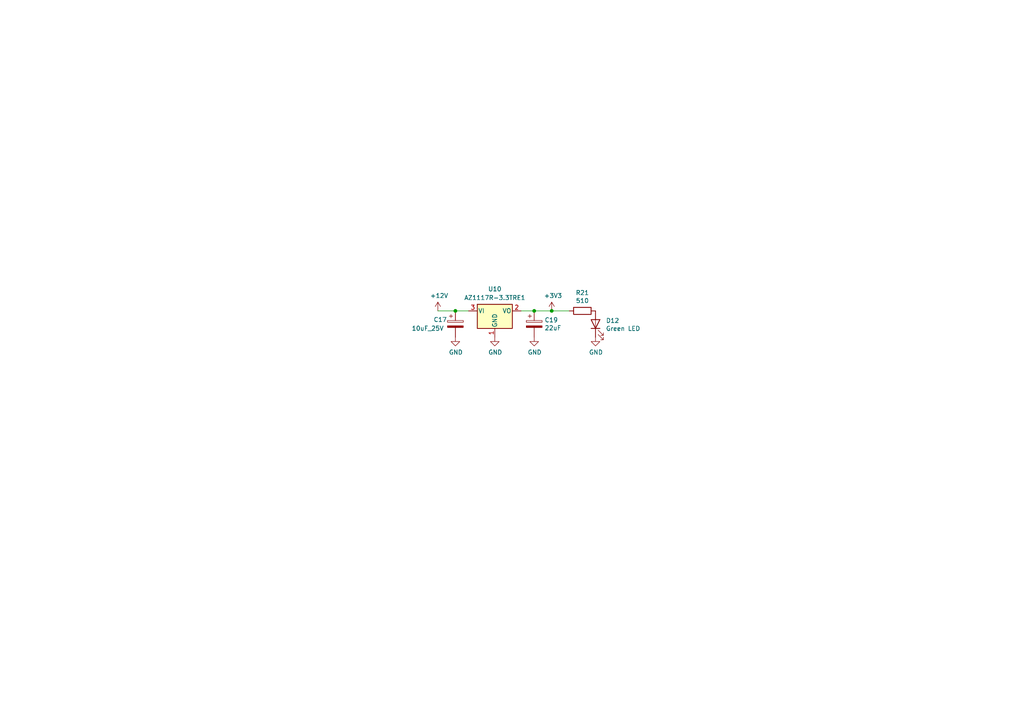
<source format=kicad_sch>
(kicad_sch (version 20211123) (generator eeschema)
  (paper "A4")
  (title_block (title "SDCL - Power") (date "2021-12-16") (rev "v1.0") (company "FaSTTUBe - Formula Student Team TU Berlin") (comment 1 "Car 113") (comment 2 "EBS Electronics") (comment 3 "LDO regulator power supply"))
  (lib_symbols
    (symbol "Device:CP" (pin_numbers hide) (pin_names (offset 0.254))
      (property "Reference" "C" (at 0.635 2.54 0))
      (property "Value" "Device_CP" (at 0.635 -2.54 0))
      (symbol "CP_0_1"
        (rectangle (start -2.286 0.508) (end 2.286 1.016))
        (polyline (pts (xy -1.778 2.286) (xy -0.762 2.286)))
        (polyline (pts (xy -1.27 2.794) (xy -1.27 1.778)))
        (rectangle (start 2.286 -0.508) (end -2.286 -1.016) (fill (type outline)))
      )
      (symbol "CP_1_1"
        (pin passive line (at 0 3.81 270) (length 2.794) (name "~") (number "1"))
        (pin passive line (at 0 -3.81 90) (length 2.794) (name "~") (number "2"))
      )
    )
    (symbol "Device:LED" (pin_numbers hide) (pin_names (offset 1.016) hide)
      (property "Reference" "D" (at 0 2.54 0))
      (property "Value" "LED" (at 0 -2.54 0))
      (symbol "LED_0_1"
        (polyline (pts (xy -1.27 -1.27) (xy -1.27 1.27)) (stroke (width 0.254)))
        (polyline (pts (xy -1.27 0) (xy 1.27 0)))
        (polyline (pts (xy 1.27 -1.27) (xy 1.27 1.27) (xy -1.27 0) (xy 1.27 -1.27)) (stroke (width 0.254)))
        (polyline (pts (xy -3.048 -0.762) (xy -4.572 -2.286) (xy -3.81 -2.286) (xy -4.572 -2.286) (xy -4.572 -1.524)))
        (polyline (pts (xy -1.778 -0.762) (xy -3.302 -2.286) (xy -2.54 -2.286) (xy -3.302 -2.286) (xy -3.302 -1.524)))
      )
      (symbol "LED_1_1"
        (pin passive line (at -3.81 0 0) (length 2.54) (name "K") (number "1"))
        (pin passive line (at 3.81 0 180) (length 2.54) (name "A") (number "2"))
      )
    )
    (symbol "Device:R" (pin_numbers hide) (pin_names (offset 0))
      (property "Reference" "R" (at 2.032 0 90))
      (property "Value" "R" (at 0 0 90))
      (symbol "R_0_1"
        (rectangle (start -1.016 -2.54) (end 1.016 2.54) (stroke (width 0.254)))
      )
      (symbol "R_1_1"
        (pin passive line (at 0 3.81 270) (length 1.27) (name "~") (number "1"))
        (pin passive line (at 0 -3.81 90) (length 1.27) (name "~") (number "2"))
      )
    )
    (symbol "Regulator_Linear:AZ1117-3.3" (pin_names (offset 0.254))
      (property "Reference" "U" (at -3.81 3.175 0))
      (property "Value" "AZ1117-3.3" (at 0 3.175 0))
      (symbol "AZ1117-3.3_0_1"
        (rectangle (start -5.08 1.905) (end 5.08 -5.08) (stroke (width 0.254)) (fill (type background)))
      )
      (symbol "AZ1117-3.3_1_1"
        (pin power_in line (at 0 -7.62 90) (length 2.54) (name "GND") (number "1"))
        (pin power_out line (at 7.62 0 180) (length 2.54) (name "VO") (number "2"))
        (pin power_in line (at -7.62 0 0) (length 2.54) (name "VI") (number "3"))
      )
    )
    (symbol "power:+12V" (power) (pin_names (offset 0))
      (property "Value" "+12V" (at 0 3.556 0))
      (symbol "+12V_0_1"
        (polyline (pts (xy -0.762 1.27) (xy 0 2.54)))
        (polyline (pts (xy 0 0) (xy 0 2.54)))
        (polyline (pts (xy 0 2.54) (xy 0.762 1.27)))
      )
      (symbol "+12V_1_1"
        (pin power_in line (at 0 0 90) (length 0) hide (name "+12V") (number "1"))
      )
    )
    (symbol "power:+3.3V" (power) (pin_names (offset 0))
      (property "Value" "+3.3V" (at 0 3.556 0))
      (symbol "+3.3V_0_1"
        (polyline (pts (xy -0.762 1.27) (xy 0 2.54)))
        (polyline (pts (xy 0 0) (xy 0 2.54)))
        (polyline (pts (xy 0 2.54) (xy 0.762 1.27)))
      )
      (symbol "+3.3V_1_1"
        (pin power_in line (at 0 0 90) (length 0) hide (name "+3V3") (number "1"))
      )
    )
    (symbol "power:GND" (power) (pin_names (offset 0))
      (property "Value" "GND" (at 0 -3.81 0))
      (symbol "GND_0_1"
        (polyline (pts (xy 0 0) (xy 0 -1.27) (xy 1.27 -1.27) (xy 0 -2.54) (xy -1.27 -1.27) (xy 0 -1.27)))
      )
      (symbol "GND_1_1"
        (pin power_in line (at 0 0 270) (length 0) hide (name "GND") (number "1"))
      )
    )
  )
  (junction (at 160.02 90.17))
  (junction (at 154.94 90.17))
  (junction (at 132.08 90.17))
  (wire (pts (xy 127 90.17) (xy 132.08 90.17)))
  (wire (pts (xy 151.13 90.17) (xy 154.94 90.17)))
  (wire (pts (xy 165.1 90.17) (xy 160.02 90.17)))
  (wire (pts (xy 132.08 90.17) (xy 135.89 90.17)))
  (wire (pts (xy 154.94 90.17) (xy 160.02 90.17)))
  (symbol (lib_id "power:+12V") (at 127 90.17 0)
    (property "Reference" "#PWR0148" (effects hide))
    (property "Value" "+12V" (at 127.381 85.7758 0))
  )
  (symbol (lib_id "power:+3.3V") (at 160.02 90.17 0)
    (property "Reference" "#PWR0147" (effects hide))
    (property "Value" "+3.3V" (at 160.401 85.7758 0))
  )
  (symbol (lib_id "power:GND") (at 143.51 97.79 0)
    (property "Reference" "#PWR0146" (effects hide))
    (property "Value" "GND" (at 143.637 102.1842 0))
  )
  (symbol (lib_id "Device:CP") (at 132.08 93.98 0)
    (property "Reference" "C17" (at 125.73 92.71 0) (effects (justify left)))
    (property "Value" "10uF_25V" (at 119.38 95.25 0) (effects (justify left)))
    (property "Footprint" "Capacitor_THT:CP_Radial_D4.0mm_P2.00mm" (effects hide))
  )
  (symbol (lib_id "Device:CP") (at 154.94 93.98 0)
    (property "Reference" "C19" (at 157.9372 92.8116 0) (effects (justify left)))
    (property "Value" "22uF" (at 157.9372 95.123 0) (effects (justify left)))
    (property "Footprint" "Capacitor_THT:CP_Radial_D5.0mm_P2.00mm" (effects hide))
  )
  (symbol (lib_id "power:GND") (at 132.08 97.79 0)
    (property "Reference" "#PWR0145" (effects hide))
    (property "Value" "GND" (at 132.207 102.1842 0))
  )
  (symbol (lib_id "power:GND") (at 154.94 97.79 0)
    (property "Reference" "#PWR0144" (effects hide))
    (property "Value" "GND" (at 155.067 102.1842 0))
  )
  (symbol (lib_id "Regulator_Linear:AZ1117-3.3") (at 143.51 90.17 0) (unit 1)
    (property "Reference" "U10" (at 143.51 83.82 0))
    (property "Value" "AZ1117R-3.3TRE1" (at 143.51 86.36 0))
    (property "Footprint" "Package_TO_SOT_SMD:SOT-89-3" (effects hide))
    (property "Datasheet" "https://www.diodes.com/assets/Datasheets/AZ1117.pdf" (effects hide))
  )
  (symbol (lib_id "Device:LED") (at 172.72 93.98 90)
    (property "Reference" "D12" (at 175.7172 92.9894 90) (effects (justify right)))
    (property "Value" "Green LED" (at 175.7172 95.3008 90) (effects (justify right)))
    (property "Footprint" "Diode_SMD:D_0603_1608Metric_Pad1.05x0.95mm_HandSolder" (effects hide))
  )
  (symbol (lib_id "Device:R") (at 168.91 90.17 90)
    (property "Reference" "R21" (at 168.91 84.9122 90))
    (property "Value" "510" (at 168.91 87.2236 90))
    (property "Footprint" "Resistor_SMD:R_0603_1608Metric_Pad1.05x0.95mm_HandSolder" (effects hide))
  )
  (symbol (lib_id "power:GND") (at 172.72 97.79 0)
    (property "Reference" "#PWR0162" (effects hide))
    (property "Value" "GND" (at 172.847 102.1842 0))
  )
)
</source>
